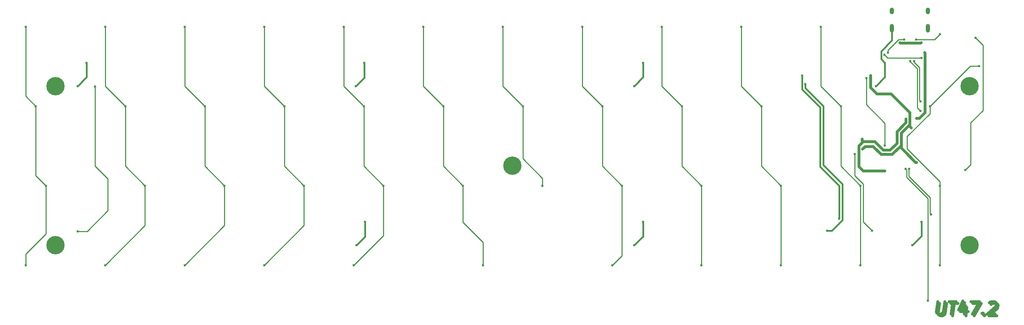
<source format=gtl>
%TF.GenerationSoftware,KiCad,Pcbnew,(5.0.0)*%
%TF.CreationDate,2019-01-28T22:54:31-08:00*%
%TF.ProjectId,UT47.2,555434372E322E6B696361645F706362,rev?*%
%TF.SameCoordinates,Original*%
%TF.FileFunction,Copper,L1,Top,Signal*%
%TF.FilePolarity,Positive*%
%FSLAX46Y46*%
G04 Gerber Fmt 4.6, Leading zero omitted, Abs format (unit mm)*
G04 Created by KiCad (PCBNEW (5.0.0)) date 01/28/19 22:54:31*
%MOMM*%
%LPD*%
G01*
G04 APERTURE LIST*
%ADD10C,0.700000*%
%ADD11C,4.400000*%
%ADD12C,0.700000*%
%ADD13O,1.000000X2.100000*%
%ADD14O,1.000000X1.600000*%
%ADD15C,0.600000*%
%ADD16C,0.381000*%
%ADD17C,0.635000*%
%ADD18C,0.250000*%
G04 APERTURE END LIST*
D10*
X252706232Y-102433642D02*
X252402660Y-104862214D01*
X252509803Y-105147928D01*
X252634803Y-105290785D01*
X252902660Y-105433642D01*
X253474089Y-105433642D01*
X253777660Y-105290785D01*
X253938375Y-105147928D01*
X254116946Y-104862214D01*
X254420517Y-102433642D01*
X255420517Y-102433642D02*
X257134803Y-102433642D01*
X255902660Y-105433642D02*
X256277660Y-102433642D01*
X259295517Y-103433642D02*
X259045517Y-105433642D01*
X258724089Y-102290785D02*
X257741946Y-104433642D01*
X259599089Y-104433642D01*
X260706232Y-102433642D02*
X262706232Y-102433642D01*
X261045517Y-105433642D01*
X263509803Y-105147928D02*
X263634803Y-105290785D01*
X263474089Y-105433642D01*
X263349089Y-105290785D01*
X263509803Y-105147928D01*
X263474089Y-105433642D01*
X265099089Y-102719357D02*
X265259803Y-102576500D01*
X265563375Y-102433642D01*
X266277660Y-102433642D01*
X266545517Y-102576500D01*
X266670517Y-102719357D01*
X266777660Y-103005071D01*
X266741946Y-103290785D01*
X266545517Y-103719357D01*
X264616946Y-105433642D01*
X266474089Y-105433642D01*
X253118982Y-102846392D02*
X252815410Y-105274964D01*
X252922553Y-105560678D01*
X253047553Y-105703535D01*
X253315410Y-105846392D01*
X253886839Y-105846392D01*
X254190410Y-105703535D01*
X254351125Y-105560678D01*
X254529696Y-105274964D01*
X254833267Y-102846392D01*
X255833267Y-102846392D02*
X257547553Y-102846392D01*
X256315410Y-105846392D02*
X256690410Y-102846392D01*
X259708267Y-103846392D02*
X259458267Y-105846392D01*
X259136839Y-102703535D02*
X258154696Y-104846392D01*
X260011839Y-104846392D01*
X261118982Y-102846392D02*
X263118982Y-102846392D01*
X261458267Y-105846392D01*
X263922553Y-105560678D02*
X264047553Y-105703535D01*
X263886839Y-105846392D01*
X263761839Y-105703535D01*
X263922553Y-105560678D01*
X263886839Y-105846392D01*
X265511839Y-103132107D02*
X265672553Y-102989250D01*
X265976125Y-102846392D01*
X266690410Y-102846392D01*
X266958267Y-102989250D01*
X267083267Y-103132107D01*
X267190410Y-103417821D01*
X267154696Y-103703535D01*
X266958267Y-104132107D01*
X265029696Y-105846392D01*
X266886839Y-105846392D01*
D11*
X150812500Y-69850000D03*
D12*
X152462500Y-69850000D03*
X151979226Y-71016726D03*
X150812500Y-71500000D03*
X149645774Y-71016726D03*
X149162500Y-69850000D03*
X149645774Y-68683274D03*
X150812500Y-68200000D03*
X151979226Y-68683274D03*
D11*
X41275000Y-88900000D03*
D12*
X42925000Y-88900000D03*
X42441726Y-90066726D03*
X41275000Y-90550000D03*
X40108274Y-90066726D03*
X39625000Y-88900000D03*
X40108274Y-87733274D03*
X41275000Y-87250000D03*
X42441726Y-87733274D03*
X42441726Y-49633274D03*
X41275000Y-49150000D03*
X40108274Y-49633274D03*
X39625000Y-50800000D03*
X40108274Y-51966726D03*
X41275000Y-52450000D03*
X42441726Y-51966726D03*
X42925000Y-50800000D03*
D11*
X41275000Y-50800000D03*
D12*
X261516726Y-49633274D03*
X260350000Y-49150000D03*
X259183274Y-49633274D03*
X258700000Y-50800000D03*
X259183274Y-51966726D03*
X260350000Y-52450000D03*
X261516726Y-51966726D03*
X262000000Y-50800000D03*
D11*
X260350000Y-50800000D03*
D12*
X261516726Y-87733274D03*
X260350000Y-87250000D03*
X259183274Y-87733274D03*
X258700000Y-88900000D03*
X259183274Y-90066726D03*
X260350000Y-90550000D03*
X261516726Y-90066726D03*
X262000000Y-88900000D03*
D11*
X260350000Y-88900000D03*
D13*
X241710750Y-36942500D03*
X250350750Y-36942500D03*
D14*
X241710750Y-32762500D03*
X250350750Y-32762500D03*
D15*
X242951000Y-61722000D03*
X240030000Y-71120000D03*
X234569000Y-63500000D03*
X245110000Y-58674000D03*
X240030000Y-45212000D03*
X249555000Y-42799000D03*
X115443000Y-83312000D03*
X113411000Y-88900000D03*
X182118000Y-83312000D03*
X179959000Y-88900000D03*
X248793000Y-83312000D03*
X246634000Y-88900000D03*
X115316000Y-45212000D03*
X113284000Y-50800000D03*
X48768000Y-45212000D03*
X46609000Y-50800000D03*
X182118000Y-45212000D03*
X179959000Y-50800000D03*
X237871000Y-50800000D03*
X220980000Y-50292000D03*
X226187000Y-85471000D03*
X247650000Y-58547000D03*
X246380000Y-60833000D03*
X229108000Y-82550000D03*
X220218000Y-48260000D03*
X234696000Y-65913000D03*
X247650000Y-69088000D03*
X236601000Y-48260000D03*
X248793000Y-44069000D03*
X239903000Y-43307000D03*
X259334000Y-70866000D03*
X261747000Y-39243000D03*
X245872000Y-70612000D03*
X251079000Y-81534000D03*
X244983000Y-70612000D03*
X250317000Y-102235000D03*
X248729500Y-40386000D03*
X243649500Y-40386000D03*
X138938000Y-74676000D03*
X143764000Y-93726000D03*
X134239000Y-55626000D03*
X129413000Y-36576000D03*
X38989000Y-74676000D03*
X34163000Y-93726000D03*
X36576000Y-55626000D03*
X34163000Y-36576000D03*
X62738000Y-74676000D03*
X53213000Y-93726000D03*
X58039000Y-55626000D03*
X53213000Y-36576000D03*
X81788000Y-74676000D03*
X72263000Y-93726000D03*
X77089000Y-55626000D03*
X72263000Y-36576000D03*
X100838000Y-74676000D03*
X91313000Y-93726000D03*
X96139000Y-55626000D03*
X91313000Y-36576000D03*
X119888000Y-74676000D03*
X112776000Y-93726000D03*
X115189000Y-55626000D03*
X110363000Y-36576000D03*
X157988000Y-74676000D03*
X153289000Y-55626000D03*
X148463000Y-36576000D03*
X177038000Y-74676000D03*
X174752000Y-93726000D03*
X172339000Y-55626000D03*
X167513000Y-36576000D03*
X236982000Y-85471000D03*
X232791000Y-67056000D03*
X240030000Y-65024000D03*
X235585000Y-48895000D03*
X50800000Y-50927000D03*
X46609000Y-85598000D03*
X196088000Y-74676000D03*
X196088000Y-93726000D03*
X191389000Y-55626000D03*
X186563000Y-36576000D03*
X215138000Y-74676000D03*
X215138000Y-93726000D03*
X210439000Y-55626000D03*
X205613000Y-36576000D03*
X234188000Y-74676000D03*
X234188000Y-93726000D03*
X229489000Y-55626000D03*
X224663000Y-36576000D03*
X253238000Y-93726000D03*
X253238000Y-74676000D03*
X250825000Y-55626000D03*
X262636000Y-45974000D03*
X248539000Y-56769000D03*
X246126000Y-44831000D03*
X248539000Y-54483000D03*
X247015000Y-44831000D03*
X247586500Y-39624000D03*
X253238000Y-38354000D03*
X244665500Y-39624000D03*
X240792000Y-42799000D03*
D16*
X241710750Y-39848250D02*
X241710750Y-36942500D01*
X239141000Y-42418000D02*
X241710750Y-39848250D01*
X240030000Y-45212000D02*
X239141000Y-44323000D01*
X239141000Y-44323000D02*
X239141000Y-42418000D01*
X115443000Y-83312000D02*
X115443000Y-85090000D01*
X115443000Y-85090000D02*
X115443000Y-86868000D01*
X115443000Y-86868000D02*
X113411000Y-88900000D01*
X182118000Y-83312000D02*
X182118000Y-86868000D01*
X182118000Y-86868000D02*
X181991000Y-86868000D01*
X181991000Y-86868000D02*
X179959000Y-88900000D01*
X248793000Y-83312000D02*
X248793000Y-85471000D01*
X248793000Y-85471000D02*
X248793000Y-86741000D01*
X248793000Y-86741000D02*
X246634000Y-88900000D01*
X115316000Y-45212000D02*
X115316000Y-45720000D01*
X115316000Y-45720000D02*
X115316000Y-48768000D01*
X115316000Y-48768000D02*
X113284000Y-50800000D01*
X48768000Y-45212000D02*
X48768000Y-45720000D01*
X48768000Y-45720000D02*
X48768000Y-48641000D01*
X48768000Y-48641000D02*
X46609000Y-50800000D01*
X182118000Y-45212000D02*
X182118000Y-45720000D01*
X182118000Y-45720000D02*
X182118000Y-48641000D01*
X182118000Y-48641000D02*
X179959000Y-50800000D01*
X240030000Y-48641000D02*
X240030000Y-45212000D01*
X237871000Y-50800000D02*
X240030000Y-48641000D01*
X220980000Y-51206410D02*
X220980000Y-50292000D01*
X229870000Y-82931000D02*
X229870000Y-74295000D01*
X229870000Y-74295000D02*
X225298000Y-69723000D01*
X227330000Y-85471000D02*
X229870000Y-82931000D01*
X226187000Y-85471000D02*
X227330000Y-85471000D01*
X225298000Y-69723000D02*
X225298000Y-55524410D01*
X225298000Y-55524410D02*
X220980000Y-51206410D01*
D17*
X249682000Y-42926000D02*
X249555000Y-42799000D01*
X249682000Y-57150000D02*
X249682000Y-42926000D01*
X248285000Y-58547000D02*
X249682000Y-57150000D01*
X247650000Y-58547000D02*
X248285000Y-58547000D01*
X245110000Y-59563000D02*
X242951000Y-61722000D01*
X245110000Y-58674000D02*
X245110000Y-59563000D01*
X234569000Y-63881000D02*
X234823000Y-64135000D01*
X234569000Y-63500000D02*
X234569000Y-63881000D01*
X234315000Y-64643000D02*
X234823000Y-64135000D01*
X233807000Y-65151000D02*
X234315000Y-64643000D01*
X233807000Y-70104000D02*
X233807000Y-65151000D01*
X234823000Y-71120000D02*
X233807000Y-70104000D01*
X240030000Y-71120000D02*
X234823000Y-71120000D01*
X242951000Y-64516000D02*
X242951000Y-61722000D01*
X241300000Y-66167000D02*
X242951000Y-64516000D01*
X239649000Y-66167000D02*
X241300000Y-66167000D01*
X237617000Y-64135000D02*
X239649000Y-66167000D01*
X234823000Y-64135000D02*
X237617000Y-64135000D01*
D16*
X229108000Y-82550000D02*
X229108000Y-74676000D01*
X229108000Y-74676000D02*
X224536000Y-70104000D01*
X224536000Y-70104000D02*
X224536000Y-55880000D01*
X224536000Y-55880000D02*
X220218000Y-51562000D01*
X220218000Y-51562000D02*
X220218000Y-48260000D01*
D17*
X245999000Y-60452000D02*
X246380000Y-60833000D01*
X245999000Y-59182000D02*
X245999000Y-60071000D01*
X245999000Y-59182000D02*
X245999000Y-60452000D01*
X245999000Y-60071000D02*
X244475000Y-61595000D01*
X244475000Y-66167000D02*
X247396000Y-69088000D01*
X247396000Y-69088000D02*
X247650000Y-69088000D01*
X236601000Y-51181000D02*
X236601000Y-48260000D01*
X238125000Y-52705000D02*
X236601000Y-51181000D01*
X241554000Y-52705000D02*
X238125000Y-52705000D01*
X245999000Y-57150000D02*
X245999000Y-57912000D01*
X241554000Y-52705000D02*
X245999000Y-57150000D01*
X245999000Y-59182000D02*
X245999000Y-57912000D01*
X243967000Y-62103000D02*
X244475000Y-61595000D01*
X243967000Y-65024000D02*
X243967000Y-62103000D01*
X243967000Y-65659000D02*
X243967000Y-65024000D01*
X244475000Y-66167000D02*
X243967000Y-65659000D01*
X241808000Y-67183000D02*
X243967000Y-65024000D01*
X239141000Y-67183000D02*
X241808000Y-67183000D01*
X237236000Y-65278000D02*
X239141000Y-67183000D01*
X235331000Y-65278000D02*
X237236000Y-65278000D01*
X234696000Y-65913000D02*
X235331000Y-65278000D01*
D18*
X240665000Y-44069000D02*
X239903000Y-43307000D01*
X241300000Y-44069000D02*
X240665000Y-44069000D01*
X248793000Y-44069000D02*
X241300000Y-44069000D01*
X260604000Y-69596000D02*
X259334000Y-70866000D01*
X260604000Y-59563000D02*
X260604000Y-69596000D01*
X263525000Y-56642000D02*
X260604000Y-59563000D01*
X263525000Y-41021000D02*
X263525000Y-56642000D01*
X261747000Y-39243000D02*
X263525000Y-41021000D01*
X245745000Y-70739000D02*
X245872000Y-70612000D01*
X245745000Y-72390000D02*
X245745000Y-70739000D01*
X250825000Y-77470000D02*
X245745000Y-72390000D01*
X251079000Y-81534000D02*
X250825000Y-81280000D01*
X250825000Y-81280000D02*
X250825000Y-77470000D01*
X245237000Y-72644000D02*
X249555000Y-76962000D01*
X245237000Y-70866000D02*
X245237000Y-72644000D01*
X244983000Y-70612000D02*
X245237000Y-70866000D01*
X249555000Y-76962000D02*
X249936000Y-77343000D01*
X249936000Y-77343000D02*
X250317000Y-77724000D01*
X250317000Y-77724000D02*
X250317000Y-102235000D01*
D17*
X243776500Y-40513000D02*
X243649500Y-40386000D01*
X248602500Y-40513000D02*
X243776500Y-40513000D01*
X248729500Y-40386000D02*
X248602500Y-40513000D01*
D18*
X129413000Y-50800000D02*
X134239000Y-55626000D01*
X129413000Y-36576000D02*
X129413000Y-50800000D01*
X134239000Y-69977000D02*
X138938000Y-74676000D01*
X134239000Y-55626000D02*
X134239000Y-69977000D01*
X138938000Y-83439000D02*
X138938000Y-74676000D01*
X143764000Y-88265000D02*
X138938000Y-83439000D01*
X143764000Y-93726000D02*
X143764000Y-88265000D01*
X36576000Y-72263000D02*
X38989000Y-74676000D01*
X36576000Y-55626000D02*
X36576000Y-72263000D01*
X34163000Y-53213000D02*
X36576000Y-55626000D01*
X34163000Y-36576000D02*
X34163000Y-53213000D01*
X38989000Y-74676000D02*
X38989000Y-86233000D01*
X34163000Y-93726000D02*
X34163000Y-91059000D01*
X34163000Y-91059000D02*
X38989000Y-86233000D01*
X53213000Y-50800000D02*
X58039000Y-55626000D01*
X53213000Y-36576000D02*
X53213000Y-50800000D01*
X58039000Y-69977000D02*
X62738000Y-74676000D01*
X58039000Y-55626000D02*
X58039000Y-69977000D01*
X62738000Y-84201000D02*
X53213000Y-93726000D01*
X62738000Y-74676000D02*
X62738000Y-84201000D01*
X72263000Y-50800000D02*
X77089000Y-55626000D01*
X72263000Y-36576000D02*
X72263000Y-50800000D01*
X77089000Y-69977000D02*
X81788000Y-74676000D01*
X77089000Y-55626000D02*
X77089000Y-69977000D01*
X81788000Y-84201000D02*
X72263000Y-93726000D01*
X81788000Y-74676000D02*
X81788000Y-84201000D01*
X91313000Y-50800000D02*
X96139000Y-55626000D01*
X91313000Y-36576000D02*
X91313000Y-50800000D01*
X96139000Y-69977000D02*
X100838000Y-74676000D01*
X96139000Y-55626000D02*
X96139000Y-69977000D01*
X100838000Y-84201000D02*
X91313000Y-93726000D01*
X100838000Y-74676000D02*
X100838000Y-84201000D01*
X110363000Y-50800000D02*
X115189000Y-55626000D01*
X110363000Y-36576000D02*
X110363000Y-50800000D01*
X115189000Y-69977000D02*
X119888000Y-74676000D01*
X115189000Y-55626000D02*
X115189000Y-69977000D01*
X119888000Y-86614000D02*
X112776000Y-93726000D01*
X119888000Y-74676000D02*
X119888000Y-86614000D01*
X153289000Y-68199000D02*
X153289000Y-55626000D01*
X157988000Y-74676000D02*
X157988000Y-72898000D01*
X157988000Y-72898000D02*
X153289000Y-68199000D01*
X148463000Y-50800000D02*
X153289000Y-55626000D01*
X148463000Y-36576000D02*
X148463000Y-50800000D01*
X167513000Y-50800000D02*
X172339000Y-55626000D01*
X167513000Y-36576000D02*
X167513000Y-50800000D01*
X172339000Y-69977000D02*
X177038000Y-74676000D01*
X172339000Y-55626000D02*
X172339000Y-69977000D01*
X177038000Y-91440000D02*
X174752000Y-93726000D01*
X177038000Y-74676000D02*
X177038000Y-91440000D01*
X236982000Y-85471000D02*
X234823000Y-83312000D01*
X234823000Y-83312000D02*
X234823000Y-74295000D01*
X232791000Y-72263000D02*
X233553000Y-73025000D01*
X232791000Y-67056000D02*
X232791000Y-72263000D01*
X233426000Y-72898000D02*
X233553000Y-73025000D01*
X233553000Y-73025000D02*
X234823000Y-74295000D01*
X240030000Y-65024000D02*
X240030000Y-61341000D01*
X240030000Y-61341000D02*
X240030000Y-59690000D01*
X240030000Y-59690000D02*
X235585000Y-55245000D01*
X235585000Y-55245000D02*
X235585000Y-49657000D01*
X235585000Y-49657000D02*
X235585000Y-48895000D01*
X50800000Y-50927000D02*
X50800000Y-55880000D01*
X50800000Y-55880000D02*
X50800000Y-69977000D01*
X50800000Y-69977000D02*
X53848000Y-73025000D01*
X53848000Y-73025000D02*
X53848000Y-80645000D01*
X53848000Y-80645000D02*
X48895000Y-85598000D01*
X48895000Y-85598000D02*
X46609000Y-85598000D01*
X186563000Y-50800000D02*
X191389000Y-55626000D01*
X186563000Y-36576000D02*
X186563000Y-50800000D01*
X191389000Y-69977000D02*
X196088000Y-74676000D01*
X191389000Y-55626000D02*
X191389000Y-69977000D01*
X196088000Y-74676000D02*
X196088000Y-93726000D01*
X205613000Y-50800000D02*
X210439000Y-55626000D01*
X205613000Y-36576000D02*
X205613000Y-50800000D01*
X210439000Y-69977000D02*
X215138000Y-74676000D01*
X210439000Y-55626000D02*
X210439000Y-69977000D01*
X215138000Y-74676000D02*
X215138000Y-93726000D01*
X224663000Y-50800000D02*
X229489000Y-55626000D01*
X224663000Y-36576000D02*
X224663000Y-50800000D01*
X229489000Y-69977000D02*
X234188000Y-74676000D01*
X229489000Y-55626000D02*
X229489000Y-69977000D01*
X234188000Y-74676000D02*
X234188000Y-93726000D01*
X260477000Y-45974000D02*
X250825000Y-55626000D01*
X262636000Y-45974000D02*
X260477000Y-45974000D01*
X250825000Y-55626000D02*
X250825000Y-57404000D01*
X250825000Y-57404000D02*
X245364000Y-62865000D01*
X245364000Y-62865000D02*
X245364000Y-65786000D01*
X253238000Y-73660000D02*
X253238000Y-74676000D01*
X245364000Y-65786000D02*
X253238000Y-73660000D01*
X253238000Y-74676000D02*
X253238000Y-93726000D01*
X247777000Y-56007000D02*
X248539000Y-56769000D01*
X247777000Y-46609000D02*
X247777000Y-56007000D01*
X246126000Y-44958000D02*
X247777000Y-46609000D01*
X246126000Y-44831000D02*
X246126000Y-44958000D01*
X248539000Y-54483000D02*
X248285000Y-54229000D01*
X247015000Y-45085000D02*
X248285000Y-46355000D01*
X247015000Y-44831000D02*
X247015000Y-45085000D01*
X248285000Y-54229000D02*
X248285000Y-46355000D01*
X252730000Y-38862000D02*
X253238000Y-38354000D01*
X251968000Y-39624000D02*
X252730000Y-38862000D01*
X247586500Y-39624000D02*
X251968000Y-39624000D01*
X240792000Y-42164000D02*
X240792000Y-42799000D01*
X244665500Y-39624000D02*
X243332000Y-39624000D01*
X243332000Y-39624000D02*
X240792000Y-42164000D01*
M02*

</source>
